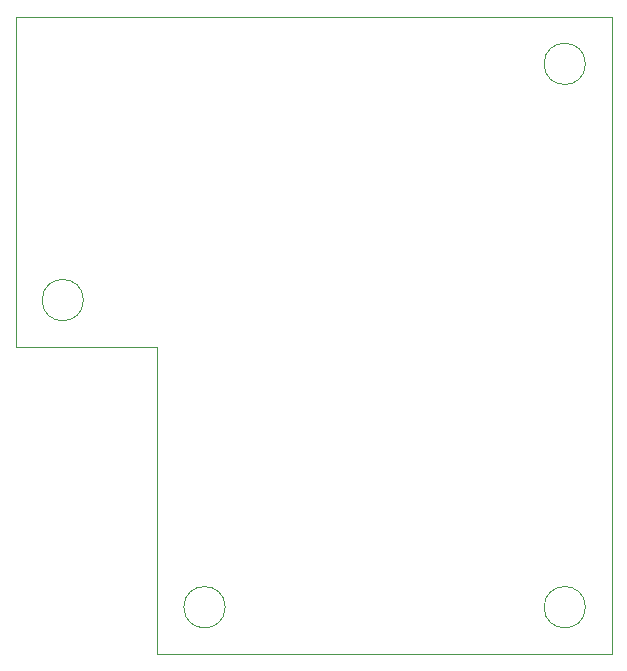
<source format=gbr>
G04 #@! TF.GenerationSoftware,KiCad,Pcbnew,(5.1.5)-3*
G04 #@! TF.CreationDate,2020-03-19T11:24:29+02:00*
G04 #@! TF.ProjectId,LeftPanel,4c656674-5061-46e6-956c-2e6b69636164,rev?*
G04 #@! TF.SameCoordinates,Original*
G04 #@! TF.FileFunction,Profile,NP*
%FSLAX46Y46*%
G04 Gerber Fmt 4.6, Leading zero omitted, Abs format (unit mm)*
G04 Created by KiCad (PCBNEW (5.1.5)-3) date 2020-03-19 11:24:29*
%MOMM*%
%LPD*%
G04 APERTURE LIST*
%ADD10C,0.100000*%
G04 APERTURE END LIST*
D10*
X86500000Y-125000000D02*
G75*
G03X86500000Y-125000000I-1750000J0D01*
G01*
X86500000Y-171000000D02*
G75*
G03X86500000Y-171000000I-1750000J0D01*
G01*
X56000000Y-171000000D02*
G75*
G03X56000000Y-171000000I-1750000J0D01*
G01*
X44000000Y-145000000D02*
G75*
G03X44000000Y-145000000I-1750000J0D01*
G01*
X50250000Y-149000000D02*
X50250000Y-175000000D01*
X38250000Y-149000000D02*
X50250000Y-149000000D01*
X38250000Y-121000000D02*
X38250000Y-149000000D01*
X88750000Y-121000000D02*
X38250000Y-121000000D01*
X88750000Y-175000000D02*
X88750000Y-121000000D01*
X50250000Y-175000000D02*
X88750000Y-175000000D01*
M02*

</source>
